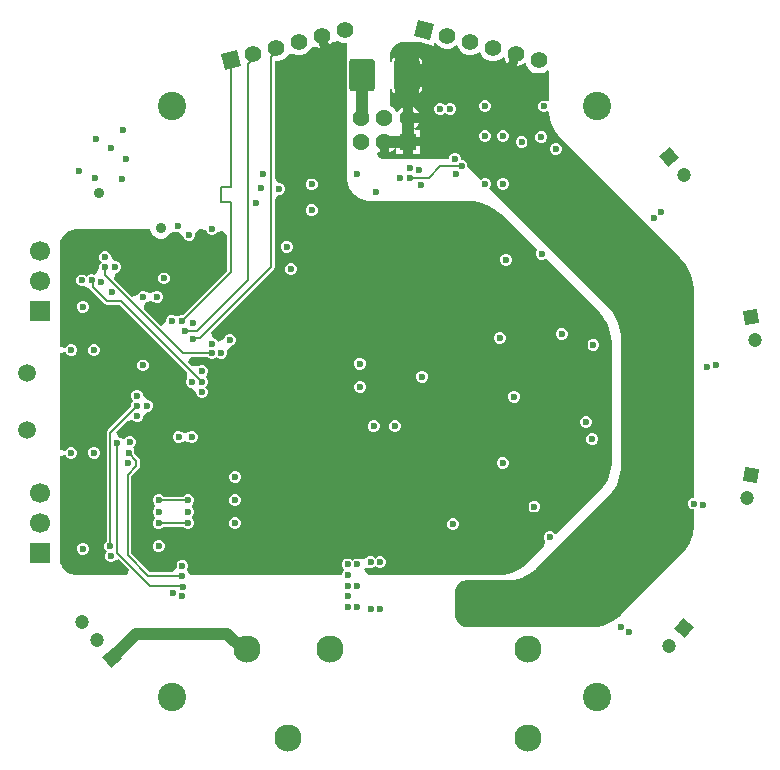
<source format=gbl>
G04*
G04 #@! TF.GenerationSoftware,Altium Limited,Altium Designer,23.0.1 (38)*
G04*
G04 Layer_Physical_Order=4*
G04 Layer_Color=16711680*
%FSLAX43Y43*%
%MOMM*%
G71*
G04*
G04 #@! TF.SameCoordinates,849B8B9A-CF0B-4B68-86F2-F378DEA603F9*
G04*
G04*
G04 #@! TF.FilePolarity,Positive*
G04*
G01*
G75*
%ADD10C,0.200*%
G04:AMPARAMS|DCode=85|XSize=2.743mm|YSize=2.159mm|CornerRadius=0.27mm|HoleSize=0mm|Usage=FLASHONLY|Rotation=270.000|XOffset=0mm|YOffset=0mm|HoleType=Round|Shape=RoundedRectangle|*
%AMROUNDEDRECTD85*
21,1,2.743,1.619,0,0,270.0*
21,1,2.203,2.159,0,0,270.0*
1,1,0.540,-0.810,-1.102*
1,1,0.540,-0.810,1.102*
1,1,0.540,0.810,1.102*
1,1,0.540,0.810,-1.102*
%
%ADD85ROUNDEDRECTD85*%
%ADD126C,1.000*%
%ADD129C,0.190*%
%ADD130C,2.300*%
%ADD131C,1.700*%
%ADD132R,1.700X1.700*%
%ADD133C,1.400*%
%ADD134P,1.980X4X60.0*%
%ADD135C,1.200*%
%ADD136P,1.697X4X275.0*%
%ADD137C,0.900*%
%ADD138P,1.980X4X390.0*%
%ADD139P,1.697X4X175.0*%
%ADD140P,1.697X4X354.0*%
%ADD141C,1.428*%
%ADD142R,1.428X1.428*%
%ADD143C,2.400*%
%ADD144P,1.697X4X325.0*%
%ADD145P,1.697X4X305.0*%
%ADD146C,1.500*%
%ADD147C,0.600*%
G36*
X-4671Y30152D02*
X-4497Y30327D01*
X-4497Y30327D01*
X-4366Y30399D01*
X-3950Y30491D01*
X-3868Y30478D01*
X-3790Y30433D01*
X-3510Y30358D01*
X-3220D01*
X-3200Y30343D01*
Y19022D01*
X-3190Y18824D01*
X-3113Y18435D01*
X-2961Y18069D01*
X-2741Y17739D01*
X-2461Y17459D01*
X-2131Y17239D01*
X-1765Y17087D01*
X-1376Y17010D01*
X-1178Y17000D01*
X6851D01*
X6851Y17000D01*
X6851Y17000D01*
X6853D01*
X7313Y16977D01*
X7543Y16955D01*
X7996Y16865D01*
X8438Y16730D01*
X8865Y16553D01*
X9273Y16336D01*
X9657Y16079D01*
X10014Y15786D01*
X10178Y15622D01*
X12946Y12854D01*
X12876Y12783D01*
X12800Y12599D01*
Y12401D01*
X12876Y12217D01*
X13017Y12076D01*
X13201Y12000D01*
X13399D01*
X13583Y12076D01*
X13654Y12146D01*
X17359Y8441D01*
X17963Y7837D01*
X17963Y7836D01*
X17963Y7836D01*
X17966Y7834D01*
X18284Y7479D01*
X18382Y7359D01*
X18617Y7007D01*
X18817Y6634D01*
X18979Y6243D01*
X19102Y5838D01*
X19184Y5422D01*
X19226Y5001D01*
X19226Y4789D01*
X19226Y-5113D01*
X19226Y-5113D01*
X19226Y-5287D01*
X19192Y-5632D01*
X19124Y-5971D01*
X19024Y-6303D01*
X18891Y-6623D01*
X18728Y-6929D01*
X18535Y-7217D01*
X18315Y-7485D01*
X18193Y-7607D01*
X15204Y-10596D01*
X14557Y-11243D01*
X14424Y-11217D01*
X14283Y-11076D01*
X14099Y-11000D01*
X13901D01*
X13717Y-11076D01*
X13576Y-11217D01*
X13500Y-11401D01*
Y-11599D01*
X13576Y-11783D01*
X13476Y-12324D01*
X12172Y-13628D01*
X12172Y-13628D01*
X12045Y-13755D01*
X11767Y-13983D01*
X11468Y-14183D01*
X11151Y-14352D01*
X10818Y-14490D01*
X10474Y-14595D01*
X10121Y-14665D01*
X9763Y-14700D01*
X9583Y-14700D01*
X-1397D01*
X-1678Y-14328D01*
X-1699Y-14200D01*
X-1631Y-14124D01*
X-1540Y-14073D01*
X-1383Y-14069D01*
X-1338Y-14087D01*
X-1271Y-14115D01*
X-1072D01*
X-888Y-14039D01*
X-771Y-13922D01*
X-655Y-14039D01*
X-471Y-14115D01*
X-272D01*
X-88Y-14039D01*
X52Y-13898D01*
X129Y-13714D01*
Y-13516D01*
X52Y-13332D01*
X-88Y-13191D01*
X-272Y-13115D01*
X-471D01*
X-655Y-13191D01*
X-771Y-13308D01*
X-888Y-13191D01*
X-1072Y-13115D01*
X-1271D01*
X-1455Y-13191D01*
X-1495Y-13231D01*
X-1582Y-13296D01*
X-1809Y-13338D01*
X-2089Y-13346D01*
X-2133Y-13328D01*
X-2201Y-13300D01*
X-2399D01*
X-2583Y-13376D01*
X-2700Y-13493D01*
X-2817Y-13376D01*
X-3001Y-13300D01*
X-3199D01*
X-3383Y-13376D01*
X-3524Y-13517D01*
X-3600Y-13701D01*
Y-13899D01*
X-3524Y-14083D01*
X-3402Y-14250D01*
X-3524Y-14417D01*
X-3600Y-14601D01*
Y-14700D01*
X-16493D01*
X-16740Y-14259D01*
X-16675Y-14193D01*
X-16675Y-14193D01*
X-16599Y-14009D01*
Y-13810D01*
X-16675Y-13626D01*
X-16815Y-13486D01*
X-16999Y-13410D01*
X-17198D01*
X-17382Y-13486D01*
X-17523Y-13626D01*
X-17599Y-13810D01*
Y-14009D01*
X-17914Y-14454D01*
X-19863D01*
X-21444Y-12873D01*
Y-6331D01*
X-20784Y-5670D01*
X-20717Y-5571D01*
X-20694Y-5454D01*
X-20694Y-5454D01*
Y-5012D01*
X-20694Y-5011D01*
X-20717Y-4894D01*
X-20784Y-4795D01*
X-20784Y-4795D01*
X-21164Y-4415D01*
Y-4248D01*
X-21240Y-4064D01*
X-21281Y-3876D01*
X-21140Y-3735D01*
X-21140Y-3735D01*
X-21064Y-3551D01*
Y-3352D01*
X-21140Y-3169D01*
X-21281Y-3028D01*
X-21465Y-2952D01*
X-21664D01*
X-21847Y-3028D01*
X-22039Y-3162D01*
X-22330Y-3128D01*
X-22514Y-3052D01*
X-22692Y-2552D01*
X-21829Y-1689D01*
X-21348Y-1544D01*
X-21207Y-1685D01*
X-21023Y-1761D01*
X-20824D01*
X-20640Y-1685D01*
X-20500Y-1544D01*
X-20424Y-1361D01*
Y-1289D01*
X-20297Y-1066D01*
X-20011Y-851D01*
X-19976D01*
X-19792Y-775D01*
X-19651Y-635D01*
X-19575Y-451D01*
Y-252D01*
X-19651Y-68D01*
X-19792Y73D01*
X-19976Y149D01*
X-19986D01*
X-20265Y308D01*
X-20424Y587D01*
Y597D01*
X-20500Y781D01*
X-20640Y921D01*
X-20824Y997D01*
X-21023D01*
X-21207Y921D01*
X-21348Y781D01*
X-21424Y597D01*
Y398D01*
X-21348Y214D01*
X-21207Y73D01*
X-21347Y-68D01*
X-21348Y-68D01*
X-21424Y-252D01*
Y-419D01*
X-23430Y-2425D01*
X-23496Y-2524D01*
X-23519Y-2641D01*
X-23519Y-2641D01*
Y-11863D01*
X-23637Y-11981D01*
X-23713Y-12165D01*
Y-12363D01*
X-23637Y-12547D01*
X-23497Y-12688D01*
X-23555Y-12820D01*
X-23565Y-12829D01*
X-23641Y-13013D01*
Y-13212D01*
X-23565Y-13396D01*
X-23424Y-13537D01*
X-23240Y-13613D01*
X-23041D01*
X-22858Y-13537D01*
X-22717Y-13396D01*
X-22504Y-13354D01*
X-21620Y-14238D01*
X-21811Y-14700D01*
X-26100D01*
X-26238Y-14700D01*
X-26508Y-14646D01*
X-26763Y-14541D01*
X-26993Y-14387D01*
X-27188Y-14192D01*
X-27341Y-13963D01*
X-27447Y-13708D01*
X-27500Y-13438D01*
X-27500Y-13300D01*
Y-4611D01*
X-27000Y-4551D01*
X-26952Y-4636D01*
X-26901Y-4687D01*
X-26811Y-4777D01*
X-26627Y-4853D01*
X-26428D01*
X-26244Y-4777D01*
X-26104Y-4636D01*
X-26028Y-4453D01*
Y-4254D01*
X-26104Y-4070D01*
X-26244Y-3929D01*
X-26428Y-3853D01*
X-26627D01*
X-26811Y-3929D01*
X-26952Y-4070D01*
X-27000Y-4155D01*
X-27500Y-4095D01*
Y4096D01*
X-27000Y4146D01*
X-26946Y4055D01*
X-26897Y4006D01*
X-26806Y3914D01*
X-26622Y3838D01*
X-26423D01*
X-26239Y3914D01*
X-26098Y4055D01*
X-26022Y4239D01*
Y4438D01*
X-26098Y4622D01*
X-26239Y4762D01*
X-26423Y4838D01*
X-26622D01*
X-26806Y4762D01*
X-26946Y4622D01*
X-27000Y4531D01*
X-27500Y4580D01*
Y13100D01*
X-27500Y13100D01*
X-27429Y13570D01*
X-27330Y13810D01*
X-27165Y14056D01*
X-26956Y14265D01*
X-26711Y14429D01*
X-26438Y14542D01*
X-26148Y14600D01*
X-26000Y14600D01*
X-19845Y14600D01*
Y14572D01*
X-19784Y14343D01*
X-19665Y14138D01*
X-19498Y13970D01*
X-19292Y13851D01*
X-19064Y13790D01*
X-18827Y13790D01*
X-18598Y13851D01*
X-18392Y13970D01*
X-18225Y14138D01*
X-17916Y14341D01*
X-17620Y14339D01*
X-17487D01*
X-17391Y14315D01*
X-17029Y14029D01*
X-17017Y14007D01*
X-16949Y13842D01*
X-16808Y13701D01*
X-16624Y13625D01*
X-16426D01*
X-16242Y13701D01*
X-16101Y13842D01*
X-16025Y14026D01*
Y14224D01*
X-15640Y14600D01*
X-15600D01*
X-15100Y14501D01*
X-15024Y14317D01*
X-14883Y14176D01*
X-14699Y14100D01*
X-14501D01*
X-14317Y14176D01*
X-14176Y14317D01*
X-13709Y14397D01*
X-13330Y14057D01*
Y11048D01*
X-17095Y7283D01*
X-17262D01*
X-17446Y7207D01*
X-17741Y7223D01*
X-17924Y7299D01*
X-18123D01*
X-18307Y7223D01*
X-18448Y7082D01*
X-18524Y6898D01*
Y6699D01*
X-18522Y6695D01*
X-18946Y6412D01*
X-20379Y7845D01*
X-20348Y8049D01*
X-20211Y8384D01*
X-20143Y8412D01*
X-20121Y8421D01*
X-19824Y8514D01*
X-19524Y8424D01*
X-19500Y8414D01*
X-19340Y8347D01*
X-19142D01*
X-18958Y8424D01*
X-18817Y8564D01*
X-18741Y8748D01*
Y8947D01*
X-18817Y9131D01*
X-18958Y9271D01*
X-19142Y9347D01*
X-19340D01*
X-19502Y9281D01*
X-19524Y9271D01*
X-19821Y9178D01*
X-20121Y9269D01*
X-20145Y9279D01*
X-20304Y9345D01*
X-20503D01*
X-20687Y9269D01*
X-20828Y9128D01*
X-20865Y9038D01*
X-21200Y8900D01*
X-21404Y8870D01*
X-22919Y10385D01*
X-22703Y10876D01*
X-22699D01*
X-22515Y10952D01*
X-22374Y11093D01*
X-22298Y11277D01*
Y11476D01*
X-22374Y11660D01*
X-22515Y11800D01*
X-22699Y11876D01*
X-22981Y12017D01*
X-23147Y12299D01*
X-23223Y12483D01*
X-23364Y12624D01*
X-23547Y12700D01*
X-23746D01*
X-23930Y12624D01*
X-24071Y12483D01*
X-24147Y12299D01*
Y12101D01*
X-24071Y11917D01*
X-23942Y11788D01*
X-24071Y11660D01*
X-24147Y11476D01*
Y11277D01*
X-24412Y10807D01*
X-24632Y10727D01*
X-24686Y10750D01*
X-24885D01*
X-25069Y10674D01*
X-25199Y10544D01*
X-25323Y10668D01*
X-25506Y10744D01*
X-25705D01*
X-25889Y10668D01*
X-26030Y10528D01*
X-26106Y10344D01*
Y10145D01*
X-26030Y9961D01*
X-25889Y9821D01*
X-25705Y9744D01*
X-25506D01*
X-25423Y9738D01*
X-25078Y9621D01*
X-24933Y9503D01*
X-24926Y9493D01*
X-23716Y8284D01*
X-23716Y8284D01*
X-23617Y8217D01*
X-23500Y8194D01*
X-22419D01*
X-16768Y2543D01*
X-16739Y2463D01*
X-16738Y1932D01*
X-16814Y1748D01*
Y1549D01*
X-16738Y1365D01*
X-16598Y1225D01*
X-16414Y1149D01*
X-16379D01*
X-16121Y1002D01*
X-15941Y721D01*
Y701D01*
X-15865Y517D01*
X-15724Y376D01*
X-15540Y300D01*
X-15341D01*
X-15157Y376D01*
X-15017Y517D01*
X-14941Y701D01*
Y899D01*
X-15017Y1083D01*
X-15157Y1224D01*
X-15017Y1365D01*
X-14941Y1549D01*
Y1748D01*
X-15017Y1932D01*
X-15136Y2104D01*
X-15017Y2275D01*
X-14941Y2459D01*
Y2658D01*
X-15017Y2842D01*
X-15157Y2982D01*
X-15341Y3059D01*
X-15540D01*
X-15724Y2982D01*
X-16257Y2960D01*
X-16317Y2978D01*
X-16591Y3354D01*
X-16395Y3794D01*
X-15001D01*
X-14883Y3676D01*
X-14699Y3600D01*
X-14501D01*
X-14317Y3676D01*
X-14200Y3793D01*
X-14083Y3676D01*
X-13899Y3600D01*
X-13701D01*
X-13517Y3676D01*
X-13376Y3817D01*
X-13300Y4001D01*
Y4199D01*
X-13322Y4252D01*
X-13304Y4316D01*
X-13108Y4628D01*
X-13013Y4714D01*
X-12990D01*
X-12806Y4791D01*
X-12665Y4931D01*
X-12589Y5115D01*
Y5314D01*
X-12665Y5498D01*
X-12806Y5638D01*
X-12990Y5714D01*
X-13189D01*
X-13372Y5638D01*
X-13513Y5498D01*
X-13589Y5314D01*
X-14062Y5050D01*
X-14130Y5071D01*
X-14176Y5183D01*
X-14317Y5324D01*
X-14501Y5400D01*
X-14667Y5900D01*
X-9384Y11184D01*
X-9317Y11283D01*
X-9294Y11400D01*
X-9294Y11400D01*
Y17081D01*
X-8999Y17500D01*
X-8801D01*
X-8617Y17576D01*
X-8476Y17717D01*
X-8400Y17901D01*
Y18099D01*
X-8476Y18283D01*
X-8617Y18424D01*
X-8801Y18500D01*
X-8999D01*
X-9294Y18919D01*
Y28805D01*
X-9016D01*
X-8736Y28880D01*
X-8485Y29025D01*
X-8280Y29230D01*
X-8006Y29458D01*
X-7679Y29402D01*
X-7641Y29395D01*
X-7374Y29323D01*
X-7084D01*
X-6804Y29398D01*
X-6553Y29543D01*
X-6349Y29747D01*
X-6303Y29826D01*
X-6085Y30001D01*
X-5683Y30009D01*
X-5683Y30009D01*
X-5444Y29945D01*
X-5683Y30837D01*
X-4911Y31044D01*
X-4671Y30152D01*
D02*
G37*
G36*
X1523Y30423D02*
X2999D01*
X4163Y30111D01*
X4234Y30375D01*
X4368Y30385D01*
X4437Y30266D01*
X4642Y30061D01*
X4893Y29916D01*
X5173Y29841D01*
X5462D01*
X5742Y29916D01*
X5993Y30061D01*
X6072Y30140D01*
X6195Y30108D01*
X6224Y29999D01*
X6369Y29748D01*
X6574Y29543D01*
X6825Y29398D01*
X7104Y29323D01*
X7394D01*
X7674Y29398D01*
X7925Y29543D01*
X8004Y29623D01*
X8127Y29590D01*
X8156Y29481D01*
X8301Y29230D01*
X8506Y29025D01*
X8756Y28881D01*
X9036Y28806D01*
X9326D01*
X9606Y28881D01*
X9856Y29025D01*
X10004Y29173D01*
X10145Y29135D01*
X10181Y29002D01*
X10313Y28774D01*
X10487Y28599D01*
X10727Y29492D01*
X11499Y29285D01*
X11260Y28392D01*
X11499Y28456D01*
X11727Y28588D01*
X11824Y28685D01*
X11966Y28647D01*
X12020Y28446D01*
X12165Y28195D01*
X12369Y27990D01*
X12620Y27845D01*
X12900Y27770D01*
X13190D01*
X13469Y27845D01*
X13720Y27990D01*
X13774Y28044D01*
X13892Y27996D01*
Y25456D01*
X13765Y25407D01*
X13599Y25475D01*
X13401D01*
X13217Y25399D01*
X13076Y25258D01*
X13000Y25074D01*
Y24876D01*
X13076Y24692D01*
X13217Y24551D01*
X13401Y24475D01*
X13599D01*
X13783Y24551D01*
X13790Y24558D01*
X13922Y24510D01*
X13936Y24373D01*
X14013Y23982D01*
X14129Y23601D01*
X14281Y23234D01*
X14469Y22883D01*
X14690Y22552D01*
X14942Y22244D01*
X15080Y22100D01*
X25078Y12101D01*
X25078Y12101D01*
X25209Y11971D01*
X25443Y11686D01*
X25648Y11379D01*
X25822Y11053D01*
X25963Y10712D01*
X26070Y10359D01*
X26142Y9997D01*
X26178Y9630D01*
X26178Y9445D01*
X26178Y-6054D01*
Y-8142D01*
X26079D01*
X25895Y-8218D01*
X25754Y-8359D01*
X25678Y-8543D01*
Y-8742D01*
X25754Y-8925D01*
X25895Y-9066D01*
X26079Y-9142D01*
X26178D01*
Y-10545D01*
X26178Y-10545D01*
X26178Y-10706D01*
X26147Y-11025D01*
X26084Y-11339D01*
X25991Y-11646D01*
X25869Y-11942D01*
X25717Y-12225D01*
X25539Y-12491D01*
X25336Y-12739D01*
X25223Y-12852D01*
X19988Y-18087D01*
X19867Y-18208D01*
X19604Y-18424D01*
X19321Y-18613D01*
X19021Y-18773D01*
X18706Y-18904D01*
X18380Y-19003D01*
X18046Y-19069D01*
X17707Y-19102D01*
X7002D01*
X6904Y-19102D01*
X6710Y-19064D01*
X6528Y-18988D01*
X6363Y-18879D01*
X6224Y-18739D01*
X6114Y-18575D01*
X6039Y-18392D01*
X6000Y-18199D01*
X6000Y-18100D01*
Y-16100D01*
X6000Y-16100D01*
X6006Y-15975D01*
X6037Y-15816D01*
X6111Y-15638D01*
X6218Y-15478D01*
X6353Y-15343D01*
X6513Y-15236D01*
X6691Y-15162D01*
X6879Y-15125D01*
X6975Y-15125D01*
X10491Y-15125D01*
X10655Y-15121D01*
X10981Y-15089D01*
X11303Y-15025D01*
X11617Y-14930D01*
X11920Y-14804D01*
X12209Y-14650D01*
X12481Y-14468D01*
X12735Y-14260D01*
X12854Y-14146D01*
X18964Y-8036D01*
X18964Y-8036D01*
X18964Y-8036D01*
X19083Y-7911D01*
X19304Y-7642D01*
X19497Y-7353D01*
X19660Y-7047D01*
X19793Y-6726D01*
X19894Y-6394D01*
X19962Y-6054D01*
X19996Y-5708D01*
X20000Y-5534D01*
X20000Y5434D01*
X20000Y5434D01*
X20000Y5434D01*
X19996Y5614D01*
X19960Y5973D01*
X19890Y6327D01*
X19785Y6672D01*
X19647Y7004D01*
X19478Y7322D01*
X19277Y7622D01*
X19049Y7901D01*
X18924Y8031D01*
X8877Y18078D01*
X8948Y18149D01*
X9024Y18332D01*
Y18531D01*
X8948Y18715D01*
X8807Y18856D01*
X8623Y18932D01*
X8424D01*
X8240Y18856D01*
X8170Y18785D01*
X7029Y19926D01*
Y20003D01*
X6953Y20187D01*
X6812Y20328D01*
X6628Y20404D01*
X6552D01*
X6450Y20506D01*
Y20642D01*
X6373Y20825D01*
X6233Y20966D01*
X6049Y21042D01*
X5850D01*
X5666Y20966D01*
X5526Y20825D01*
X5450Y20642D01*
Y20517D01*
X-34D01*
X-156Y20517D01*
X-383Y20611D01*
X-556Y20784D01*
X-650Y21011D01*
X-650Y21058D01*
X-523Y21131D01*
X-400Y21060D01*
Y22000D01*
X400D01*
Y21060D01*
X623Y21188D01*
X811Y21377D01*
X859Y21460D01*
X986Y21426D01*
Y20986D01*
X1600D01*
Y22000D01*
X2000D01*
Y22400D01*
X3014D01*
Y23014D01*
X2574D01*
X2540Y23141D01*
X2623Y23188D01*
X2811Y23377D01*
X2940Y23600D01*
X2000D01*
Y24000D01*
X1600D01*
Y24940D01*
X1377Y24811D01*
X1189Y24622D01*
X1131Y24523D01*
X984D01*
X891Y24684D01*
X684Y24891D01*
X495Y25000D01*
Y26432D01*
X622Y26445D01*
X648Y26315D01*
X752Y26160D01*
X900Y26060D01*
Y27600D01*
Y29140D01*
X752Y29040D01*
X648Y28885D01*
X622Y28755D01*
X495Y28768D01*
Y29395D01*
X495Y29395D01*
X500Y29520D01*
X534Y29695D01*
X612Y29882D01*
X725Y30051D01*
X868Y30194D01*
X1036Y30306D01*
X1223Y30384D01*
X1422Y30423D01*
X1523Y30423D01*
D02*
G37*
%LPC*%
G36*
X-6059Y18870D02*
X-6258D01*
X-6441Y18794D01*
X-6582Y18653D01*
X-6658Y18469D01*
Y18270D01*
X-6582Y18086D01*
X-6441Y17946D01*
X-6258Y17870D01*
X-6059D01*
X-5875Y17946D01*
X-5734Y18086D01*
X-5658Y18270D01*
Y18469D01*
X-5734Y18653D01*
X-5875Y18794D01*
X-6059Y18870D01*
D02*
G37*
G36*
X-6062Y16681D02*
X-6261D01*
X-6445Y16605D01*
X-6585Y16465D01*
X-6662Y16281D01*
Y16082D01*
X-6585Y15898D01*
X-6445Y15757D01*
X-6261Y15681D01*
X-6062D01*
X-5878Y15757D01*
X-5738Y15898D01*
X-5662Y16082D01*
Y16281D01*
X-5738Y16465D01*
X-5878Y16605D01*
X-6062Y16681D01*
D02*
G37*
G36*
X-8178Y13601D02*
X-8377D01*
X-8560Y13525D01*
X-8701Y13384D01*
X-8777Y13200D01*
Y13002D01*
X-8701Y12818D01*
X-8560Y12677D01*
X-8377Y12601D01*
X-8178D01*
X-7994Y12677D01*
X-7853Y12818D01*
X-7777Y13002D01*
Y13200D01*
X-7853Y13384D01*
X-7994Y13525D01*
X-8178Y13601D01*
D02*
G37*
G36*
X10399Y12500D02*
X10201D01*
X10017Y12424D01*
X9876Y12283D01*
X9800Y12099D01*
Y11901D01*
X9876Y11717D01*
X10017Y11576D01*
X10201Y11500D01*
X10399D01*
X10583Y11576D01*
X10724Y11717D01*
X10800Y11901D01*
Y12099D01*
X10724Y12283D01*
X10583Y12424D01*
X10399Y12500D01*
D02*
G37*
G36*
X-7802Y11688D02*
X-8001D01*
X-8185Y11612D01*
X-8325Y11471D01*
X-8401Y11287D01*
Y11088D01*
X-8325Y10905D01*
X-8185Y10764D01*
X-8001Y10688D01*
X-7802D01*
X-7618Y10764D01*
X-7477Y10905D01*
X-7401Y11088D01*
Y11287D01*
X-7477Y11471D01*
X-7618Y11612D01*
X-7802Y11688D01*
D02*
G37*
G36*
X-18564Y10913D02*
X-18763D01*
X-18947Y10837D01*
X-19088Y10696D01*
X-19164Y10513D01*
Y10314D01*
X-19088Y10130D01*
X-18947Y9989D01*
X-18763Y9913D01*
X-18564D01*
X-18381Y9989D01*
X-18240Y10130D01*
X-18164Y10314D01*
Y10513D01*
X-18240Y10696D01*
X-18381Y10837D01*
X-18564Y10913D01*
D02*
G37*
G36*
X-25448Y8517D02*
X-25647D01*
X-25831Y8441D01*
X-25972Y8300D01*
X-26048Y8117D01*
Y7918D01*
X-25972Y7734D01*
X-25831Y7593D01*
X-25647Y7517D01*
X-25448D01*
X-25265Y7593D01*
X-25124Y7734D01*
X-25048Y7918D01*
Y8117D01*
X-25124Y8300D01*
X-25265Y8441D01*
X-25448Y8517D01*
D02*
G37*
G36*
X15099Y6200D02*
X14901D01*
X14717Y6124D01*
X14576Y5983D01*
X14500Y5799D01*
Y5601D01*
X14576Y5417D01*
X14717Y5276D01*
X14901Y5200D01*
X15099D01*
X15283Y5276D01*
X15424Y5417D01*
X15500Y5601D01*
Y5799D01*
X15424Y5983D01*
X15283Y6124D01*
X15099Y6200D01*
D02*
G37*
G36*
X9861Y5886D02*
X9663D01*
X9479Y5810D01*
X9338Y5669D01*
X9262Y5485D01*
Y5286D01*
X9338Y5103D01*
X9479Y4962D01*
X9663Y4886D01*
X9861D01*
X10045Y4962D01*
X10186Y5103D01*
X10262Y5286D01*
Y5485D01*
X10186Y5669D01*
X10045Y5810D01*
X9861Y5886D01*
D02*
G37*
G36*
X17799Y5300D02*
X17601D01*
X17417Y5224D01*
X17276Y5083D01*
X17200Y4899D01*
Y4701D01*
X17276Y4517D01*
X17417Y4376D01*
X17601Y4300D01*
X17799D01*
X17983Y4376D01*
X18124Y4517D01*
X18200Y4701D01*
Y4899D01*
X18124Y5083D01*
X17983Y5224D01*
X17799Y5300D01*
D02*
G37*
G36*
X-24488Y4838D02*
X-24687D01*
X-24871Y4762D01*
X-25011Y4622D01*
X-25087Y4438D01*
Y4239D01*
X-25011Y4055D01*
X-24871Y3915D01*
X-24687Y3838D01*
X-24488D01*
X-24304Y3915D01*
X-24164Y4055D01*
X-24088Y4239D01*
Y4438D01*
X-24164Y4622D01*
X-24304Y4762D01*
X-24488Y4838D01*
D02*
G37*
G36*
X-2002Y3700D02*
X-2200D01*
X-2384Y3624D01*
X-2525Y3483D01*
X-2601Y3299D01*
Y3100D01*
X-2525Y2917D01*
X-2384Y2776D01*
X-2200Y2700D01*
X-2002D01*
X-1818Y2776D01*
X-1677Y2917D01*
X-1601Y3100D01*
Y3299D01*
X-1677Y3483D01*
X-1818Y3624D01*
X-2002Y3700D01*
D02*
G37*
G36*
X-20335Y3548D02*
X-20534D01*
X-20718Y3472D01*
X-20859Y3332D01*
X-20935Y3148D01*
Y2949D01*
X-20859Y2765D01*
X-20718Y2624D01*
X-20534Y2548D01*
X-20335D01*
X-20152Y2624D01*
X-20011Y2765D01*
X-19935Y2949D01*
Y3148D01*
X-20011Y3332D01*
X-20152Y3472D01*
X-20335Y3548D01*
D02*
G37*
G36*
X3299Y2600D02*
X3100D01*
X2916Y2524D01*
X2775Y2383D01*
X2699Y2200D01*
Y2001D01*
X2775Y1817D01*
X2916Y1676D01*
X3100Y1600D01*
X3299D01*
X3482Y1676D01*
X3623Y1817D01*
X3699Y2001D01*
Y2200D01*
X3623Y2383D01*
X3482Y2524D01*
X3299Y2600D01*
D02*
G37*
G36*
X-1945Y1731D02*
X-2144D01*
X-2328Y1655D01*
X-2468Y1514D01*
X-2544Y1331D01*
Y1132D01*
X-2468Y948D01*
X-2328Y807D01*
X-2144Y731D01*
X-1945D01*
X-1761Y807D01*
X-1621Y948D01*
X-1544Y1132D01*
Y1331D01*
X-1621Y1514D01*
X-1761Y1655D01*
X-1945Y1731D01*
D02*
G37*
G36*
X11095Y911D02*
X10896D01*
X10712Y835D01*
X10572Y694D01*
X10496Y510D01*
Y311D01*
X10572Y127D01*
X10712Y-13D01*
X10896Y-89D01*
X11095D01*
X11279Y-13D01*
X11420Y127D01*
X11496Y311D01*
Y510D01*
X11420Y694D01*
X11279Y835D01*
X11095Y911D01*
D02*
G37*
G36*
X17178Y-1233D02*
X16980D01*
X16796Y-1310D01*
X16655Y-1450D01*
X16579Y-1634D01*
Y-1833D01*
X16655Y-2017D01*
X16796Y-2157D01*
X16980Y-2233D01*
X17178D01*
X17362Y-2157D01*
X17503Y-2017D01*
X17579Y-1833D01*
Y-1634D01*
X17503Y-1450D01*
X17362Y-1310D01*
X17178Y-1233D01*
D02*
G37*
G36*
X992Y-1594D02*
X793D01*
X609Y-1670D01*
X468Y-1811D01*
X392Y-1994D01*
Y-2193D01*
X468Y-2377D01*
X609Y-2518D01*
X793Y-2594D01*
X992D01*
X1175Y-2518D01*
X1316Y-2377D01*
X1392Y-2193D01*
Y-1994D01*
X1316Y-1811D01*
X1175Y-1670D01*
X992Y-1594D01*
D02*
G37*
G36*
X-801Y-1600D02*
X-999D01*
X-1183Y-1676D01*
X-1324Y-1817D01*
X-1400Y-2001D01*
Y-2199D01*
X-1324Y-2383D01*
X-1183Y-2524D01*
X-999Y-2600D01*
X-801D01*
X-617Y-2524D01*
X-476Y-2383D01*
X-400Y-2199D01*
Y-2001D01*
X-476Y-1817D01*
X-617Y-1676D01*
X-801Y-1600D01*
D02*
G37*
G36*
X-16201Y-2500D02*
X-16399D01*
X-16539Y-2558D01*
X-16574Y-2572D01*
X-16587Y-2577D01*
X-16859Y-2647D01*
X-17128Y-2595D01*
X-17169Y-2583D01*
X-17204Y-2569D01*
X-17333Y-2515D01*
X-17532D01*
X-17715Y-2591D01*
X-17856Y-2732D01*
X-17932Y-2916D01*
Y-3115D01*
X-17856Y-3298D01*
X-17715Y-3439D01*
X-17532Y-3515D01*
X-17333D01*
X-17193Y-3457D01*
X-17158Y-3443D01*
X-17145Y-3438D01*
X-16874Y-3368D01*
X-16604Y-3420D01*
X-16564Y-3432D01*
X-16528Y-3447D01*
X-16399Y-3500D01*
X-16201D01*
X-16017Y-3424D01*
X-15876Y-3283D01*
X-15800Y-3099D01*
Y-2901D01*
X-15876Y-2717D01*
X-16017Y-2576D01*
X-16201Y-2500D01*
D02*
G37*
G36*
X17699Y-2700D02*
X17501D01*
X17317Y-2776D01*
X17176Y-2917D01*
X17100Y-3101D01*
Y-3299D01*
X17176Y-3483D01*
X17317Y-3624D01*
X17501Y-3700D01*
X17699D01*
X17883Y-3624D01*
X18024Y-3483D01*
X18100Y-3299D01*
Y-3101D01*
X18024Y-2917D01*
X17883Y-2776D01*
X17699Y-2700D01*
D02*
G37*
G36*
X-24466Y-3851D02*
X-24664D01*
X-24848Y-3927D01*
X-24989Y-4067D01*
X-25065Y-4251D01*
Y-4450D01*
X-24989Y-4634D01*
X-24848Y-4774D01*
X-24664Y-4851D01*
X-24466D01*
X-24282Y-4774D01*
X-24141Y-4634D01*
X-24065Y-4450D01*
Y-4251D01*
X-24141Y-4067D01*
X-24282Y-3927D01*
X-24466Y-3851D01*
D02*
G37*
G36*
X10104Y-4704D02*
X9905D01*
X9721Y-4780D01*
X9581Y-4920D01*
X9505Y-5104D01*
Y-5303D01*
X9581Y-5487D01*
X9721Y-5628D01*
X9905Y-5704D01*
X10104D01*
X10288Y-5628D01*
X10428Y-5487D01*
X10505Y-5303D01*
Y-5104D01*
X10428Y-4920D01*
X10288Y-4780D01*
X10104Y-4704D01*
D02*
G37*
G36*
X-12533Y-5909D02*
X-12732D01*
X-12916Y-5985D01*
X-13057Y-6126D01*
X-13133Y-6310D01*
Y-6509D01*
X-13057Y-6692D01*
X-12916Y-6833D01*
X-12732Y-6909D01*
X-12533D01*
X-12350Y-6833D01*
X-12209Y-6692D01*
X-12133Y-6509D01*
Y-6310D01*
X-12209Y-6126D01*
X-12350Y-5985D01*
X-12533Y-5909D01*
D02*
G37*
G36*
X-12551Y-7860D02*
X-12750D01*
X-12934Y-7936D01*
X-13074Y-8077D01*
X-13150Y-8260D01*
Y-8459D01*
X-13074Y-8643D01*
X-12934Y-8784D01*
X-12750Y-8860D01*
X-12551D01*
X-12367Y-8784D01*
X-12227Y-8643D01*
X-12150Y-8459D01*
Y-8260D01*
X-12227Y-8077D01*
X-12367Y-7936D01*
X-12551Y-7860D01*
D02*
G37*
G36*
X12799Y-8400D02*
X12601D01*
X12417Y-8476D01*
X12276Y-8617D01*
X12200Y-8801D01*
Y-8999D01*
X12276Y-9183D01*
X12417Y-9324D01*
X12601Y-9400D01*
X12799D01*
X12983Y-9324D01*
X13124Y-9183D01*
X13200Y-8999D01*
Y-8801D01*
X13124Y-8617D01*
X12983Y-8476D01*
X12799Y-8400D01*
D02*
G37*
G36*
X-19006Y-7852D02*
X-19205D01*
X-19389Y-7928D01*
X-19530Y-8069D01*
X-19606Y-8253D01*
Y-8452D01*
X-19530Y-8635D01*
X-19425Y-8851D01*
X-19530Y-9067D01*
X-19606Y-9251D01*
Y-9449D01*
X-19530Y-9633D01*
X-19423Y-9832D01*
X-19535Y-10027D01*
X-19611Y-10210D01*
Y-10409D01*
X-19535Y-10593D01*
X-19394Y-10734D01*
X-19210Y-10810D01*
X-19011D01*
X-18827Y-10734D01*
X-18709Y-10616D01*
X-17027D01*
X-16909Y-10734D01*
X-16725Y-10810D01*
X-16526D01*
X-16343Y-10734D01*
X-16202Y-10593D01*
X-16126Y-10409D01*
Y-10210D01*
X-16202Y-10027D01*
X-16312Y-9832D01*
X-16202Y-9638D01*
X-16126Y-9454D01*
Y-9256D01*
X-16202Y-9072D01*
X-16306Y-8856D01*
X-16202Y-8640D01*
X-16126Y-8457D01*
Y-8258D01*
X-16202Y-8074D01*
X-16343Y-7933D01*
X-16526Y-7857D01*
X-16725D01*
X-16909Y-7933D01*
X-17024Y-8049D01*
X-18702D01*
X-18822Y-7928D01*
X-19006Y-7852D01*
D02*
G37*
G36*
X-12551Y-9813D02*
X-12750D01*
X-12934Y-9889D01*
X-13074Y-10029D01*
X-13150Y-10213D01*
Y-10412D01*
X-13074Y-10596D01*
X-12934Y-10736D01*
X-12750Y-10813D01*
X-12551D01*
X-12367Y-10736D01*
X-12227Y-10596D01*
X-12150Y-10412D01*
Y-10213D01*
X-12227Y-10029D01*
X-12367Y-9889D01*
X-12551Y-9813D01*
D02*
G37*
G36*
X5899Y-9900D02*
X5701D01*
X5517Y-9976D01*
X5376Y-10117D01*
X5300Y-10301D01*
Y-10499D01*
X5376Y-10683D01*
X5517Y-10824D01*
X5701Y-10900D01*
X5899D01*
X6083Y-10824D01*
X6224Y-10683D01*
X6300Y-10499D01*
Y-10301D01*
X6224Y-10117D01*
X6083Y-9976D01*
X5899Y-9900D01*
D02*
G37*
G36*
X-19012Y-11758D02*
X-19211D01*
X-19395Y-11834D01*
X-19535Y-11975D01*
X-19611Y-12159D01*
Y-12358D01*
X-19535Y-12541D01*
X-19395Y-12682D01*
X-19211Y-12758D01*
X-19012D01*
X-18828Y-12682D01*
X-18687Y-12541D01*
X-18611Y-12358D01*
Y-12159D01*
X-18687Y-11975D01*
X-18828Y-11834D01*
X-19012Y-11758D01*
D02*
G37*
G36*
X-25448Y-11972D02*
X-25647D01*
X-25831Y-12048D01*
X-25972Y-12189D01*
X-26048Y-12373D01*
Y-12572D01*
X-25972Y-12755D01*
X-25831Y-12896D01*
X-25647Y-12972D01*
X-25448D01*
X-25265Y-12896D01*
X-25124Y-12755D01*
X-25048Y-12572D01*
Y-12373D01*
X-25124Y-12189D01*
X-25265Y-12048D01*
X-25448Y-11972D01*
D02*
G37*
G36*
X2900Y29140D02*
Y28600D01*
X3189D01*
Y28702D01*
X3152Y28885D01*
X3048Y29040D01*
X2900Y29140D01*
D02*
G37*
G36*
X3189Y26600D02*
X2900D01*
Y26060D01*
X3048Y26160D01*
X3152Y26315D01*
X3189Y26498D01*
Y26600D01*
D02*
G37*
G36*
X5666Y25256D02*
X5467D01*
X5283Y25180D01*
X5145Y25042D01*
X5007Y25180D01*
X4823Y25256D01*
X4624D01*
X4441Y25180D01*
X4300Y25040D01*
X4224Y24856D01*
Y24657D01*
X4300Y24473D01*
X4441Y24332D01*
X4624Y24256D01*
X4823D01*
X5007Y24332D01*
X5145Y24470D01*
X5283Y24332D01*
X5467Y24256D01*
X5666D01*
X5849Y24332D01*
X5990Y24473D01*
X6066Y24657D01*
Y24856D01*
X5990Y25040D01*
X5849Y25180D01*
X5666Y25256D01*
D02*
G37*
G36*
X8606Y25512D02*
X8407D01*
X8223Y25436D01*
X8082Y25295D01*
X8006Y25112D01*
Y24913D01*
X8082Y24729D01*
X8223Y24588D01*
X8407Y24512D01*
X8606D01*
X8789Y24588D01*
X8930Y24729D01*
X9006Y24913D01*
Y25112D01*
X8930Y25295D01*
X8789Y25436D01*
X8606Y25512D01*
D02*
G37*
G36*
X2400Y24940D02*
Y24400D01*
X2940D01*
X2811Y24622D01*
X2623Y24811D01*
X2400Y24940D01*
D02*
G37*
G36*
X10146Y22988D02*
X9947D01*
X9763Y22912D01*
X9623Y22771D01*
X9547Y22587D01*
Y22388D01*
X9623Y22205D01*
X9763Y22064D01*
X9947Y21988D01*
X10146D01*
X10330Y22064D01*
X10470Y22205D01*
X10547Y22388D01*
Y22587D01*
X10470Y22771D01*
X10330Y22912D01*
X10146Y22988D01*
D02*
G37*
G36*
X8623Y22988D02*
X8424D01*
X8240Y22912D01*
X8100Y22771D01*
X8024Y22587D01*
Y22388D01*
X8100Y22205D01*
X8240Y22064D01*
X8424Y21988D01*
X8623D01*
X8807Y22064D01*
X8948Y22205D01*
X9024Y22388D01*
Y22587D01*
X8948Y22771D01*
X8807Y22912D01*
X8623Y22988D01*
D02*
G37*
G36*
X13388Y22866D02*
X13189D01*
X13005Y22790D01*
X12864Y22650D01*
X12788Y22466D01*
Y22267D01*
X12864Y22083D01*
X13005Y21942D01*
X13189Y21866D01*
X13388D01*
X13571Y21942D01*
X13712Y22083D01*
X13788Y22267D01*
Y22466D01*
X13712Y22650D01*
X13571Y22790D01*
X13388Y22866D01*
D02*
G37*
G36*
X11706Y22463D02*
X11507D01*
X11323Y22387D01*
X11183Y22246D01*
X11107Y22062D01*
Y21863D01*
X11183Y21680D01*
X11323Y21539D01*
X11507Y21463D01*
X11706D01*
X11890Y21539D01*
X12031Y21680D01*
X12107Y21863D01*
Y22062D01*
X12031Y22246D01*
X11890Y22387D01*
X11706Y22463D01*
D02*
G37*
G36*
X3014Y21600D02*
X2400D01*
Y20986D01*
X3014D01*
Y21600D01*
D02*
G37*
G36*
X14610Y21881D02*
X14411D01*
X14227Y21805D01*
X14086Y21664D01*
X14010Y21481D01*
Y21282D01*
X14086Y21098D01*
X14227Y20957D01*
X14411Y20881D01*
X14610D01*
X14794Y20957D01*
X14934Y21098D01*
X15010Y21282D01*
Y21481D01*
X14934Y21664D01*
X14794Y21805D01*
X14610Y21881D01*
D02*
G37*
G36*
X10146Y18932D02*
X9947D01*
X9763Y18856D01*
X9623Y18715D01*
X9547Y18531D01*
Y18332D01*
X9623Y18149D01*
X9763Y18008D01*
X9947Y17932D01*
X10146D01*
X10330Y18008D01*
X10470Y18149D01*
X10547Y18332D01*
Y18531D01*
X10470Y18715D01*
X10330Y18856D01*
X10146Y18932D01*
D02*
G37*
%LPD*%
D10*
X-17067Y4100D02*
X-14600D01*
X-23213Y-2641D02*
X-20924Y-351D01*
X-22613Y-12812D02*
X-19825Y-15600D01*
X-23213Y-12264D02*
Y-2641D01*
X-22613Y-12812D02*
Y-3552D01*
X-13024Y10922D02*
Y16822D01*
Y19285D02*
Y28870D01*
Y18138D02*
Y19285D01*
X-13837Y18138D02*
X-13024D01*
X-13837Y16922D02*
Y18138D01*
Y16922D02*
X-13024D01*
Y16822D02*
Y16922D01*
X-15889Y5979D02*
X-11587Y10281D01*
Y28568D01*
X-11092Y29063D01*
X-9600Y29188D02*
X-9161Y29628D01*
X-9600Y11400D02*
Y29188D01*
X-9161Y29628D02*
Y29905D01*
X-15623Y5377D02*
X-9600Y11400D01*
X-16123Y5377D02*
X-15623D01*
X-16200Y5300D02*
X-16123Y5377D01*
X-23647Y10680D02*
X-17067Y4100D01*
X-16865Y5979D02*
X-15889D01*
X-17162Y6783D02*
X-13024Y10922D01*
X-11092Y29063D02*
Y29388D01*
X-23647Y10680D02*
Y11376D01*
X-23500Y8500D02*
X-22292D01*
X-24709Y9709D02*
X-23500Y8500D01*
X-22292D02*
X-15441Y1649D01*
X-24709Y9709D02*
Y10173D01*
X-24786Y10250D02*
X-24709Y10173D01*
X-19990Y-14760D02*
X-17099D01*
X-21750Y-13000D02*
X-19990Y-14760D01*
X-19825Y-15600D02*
X-17154D01*
X-17080Y-15674D01*
X-21000Y-5454D02*
Y-5011D01*
X-21664Y-4347D02*
X-21000Y-5011D01*
X-21750Y-13000D02*
Y-6204D01*
X-21000Y-5454D01*
X-19106Y-8352D02*
X-19103Y-8355D01*
X-16628D01*
X-19111Y-10310D02*
X-16626D01*
X-16628Y-8355D02*
X-16626Y-8357D01*
X-16626Y-10310D02*
X-16626Y-10310D01*
X-19111Y-10310D02*
X-19111Y-10310D01*
D85*
X-1860Y27600D02*
D03*
X1900Y27600D02*
D03*
D126*
X-1930Y24070D02*
Y27530D01*
X-1860Y27600D01*
X-2000Y24000D02*
X-1930Y24070D01*
X-21030Y-19700D02*
X-13302D01*
X-23059Y-21729D02*
X-21030Y-19700D01*
X-13302D02*
X-12002Y-21000D01*
X-11650D01*
X2000Y22000D02*
Y24000D01*
X0Y22000D02*
X2000D01*
X0D02*
Y22000D01*
D129*
X2175Y18950D02*
X3786D01*
X4740Y19904D02*
X6529D01*
X3786Y18950D02*
X4740Y19904D01*
D130*
X12150Y-28500D02*
D03*
Y-21000D02*
D03*
X-8150Y-28500D02*
D03*
X-4650Y-21000D02*
D03*
X-11650D02*
D03*
D131*
X-29138Y-7709D02*
D03*
Y-10249D02*
D03*
Y10240D02*
D03*
Y12780D02*
D03*
D132*
Y-12789D02*
D03*
Y7700D02*
D03*
D133*
X-3365Y31458D02*
D03*
X-11092Y29388D02*
D03*
X-9161Y29905D02*
D03*
X-7229Y30423D02*
D03*
X-5297Y30941D02*
D03*
X13045Y28870D02*
D03*
X5317Y30941D02*
D03*
X7249Y30423D02*
D03*
X9181Y29906D02*
D03*
X11113Y29388D02*
D03*
D134*
X-13024Y28870D02*
D03*
D135*
X24106Y-20688D02*
D03*
X-25630Y-18665D02*
D03*
X-24344Y-20197D02*
D03*
X25381Y19153D02*
D03*
X31344Y5210D02*
D03*
X30700Y-8200D02*
D03*
D136*
X25391Y-19156D02*
D03*
D137*
X-24141Y17690D02*
D03*
X-18945Y14690D02*
D03*
D138*
X3385Y31459D02*
D03*
D139*
X-23059Y-21729D02*
D03*
D140*
X24122Y20707D02*
D03*
D141*
X2000Y24000D02*
D03*
X-2000Y24000D02*
D03*
Y22000D02*
D03*
X0Y24000D02*
D03*
Y22000D02*
D03*
D142*
X2000Y22000D02*
D03*
D143*
X-18000Y25000D02*
D03*
X18000D02*
D03*
Y-25000D02*
D03*
X-18000D02*
D03*
D144*
X30997Y7179D02*
D03*
D145*
X31047Y-6230D02*
D03*
D146*
X-30225Y2434D02*
D03*
X-30225Y-2446D02*
D03*
D147*
X-17850Y8975D02*
D03*
X-13089Y5214D02*
D03*
X-13066Y3549D02*
D03*
X-13800Y4100D02*
D03*
X-14600D02*
D03*
X-23213Y-12264D02*
D03*
X-22613Y-3552D02*
D03*
X-23556Y-539D02*
D03*
X-17520Y14839D02*
D03*
X8524Y18432D02*
D03*
X-10251Y19275D02*
D03*
X-8900Y18000D02*
D03*
X-14600Y4900D02*
D03*
X-16200Y5300D02*
D03*
X-16865Y5979D02*
D03*
X-17162Y6783D02*
D03*
X-18024Y6799D02*
D03*
X-16223Y6657D02*
D03*
X-10441Y18067D02*
D03*
X-10900Y16800D02*
D03*
X-25896Y19545D02*
D03*
X-24329Y6239D02*
D03*
X-23101Y9258D02*
D03*
X-20172Y5302D02*
D03*
X-20435Y3048D02*
D03*
X-14600Y14600D02*
D03*
X-3655Y11408D02*
D03*
Y10658D02*
D03*
X-4403Y9908D02*
D03*
X-5150D02*
D03*
X-3655D02*
D03*
X-7901Y11188D02*
D03*
X-8277Y13101D02*
D03*
X-6158Y18370D02*
D03*
X-6162Y16181D02*
D03*
X-2324Y19275D02*
D03*
X14800Y18350D02*
D03*
X-24600Y-7700D02*
D03*
X8150Y-15750D02*
D03*
X7262D02*
D03*
X13500Y24975D02*
D03*
X13306Y18350D02*
D03*
X14053D02*
D03*
X14800Y19100D02*
D03*
Y19850D02*
D03*
X11607Y21963D02*
D03*
X-23977Y10116D02*
D03*
X-24786Y10250D02*
D03*
X-25606Y10244D02*
D03*
X-20404Y8845D02*
D03*
X-22798Y11376D02*
D03*
X-23647D02*
D03*
Y12200D02*
D03*
X-19241Y8847D02*
D03*
X-16525Y14125D02*
D03*
X-17099Y-13910D02*
D03*
X-17099Y-14760D02*
D03*
X-17080Y-15674D02*
D03*
X-17103Y-16494D02*
D03*
X-16626Y-9355D02*
D03*
X-19106Y-9350D02*
D03*
X-19254Y-13782D02*
D03*
X-21714Y-5175D02*
D03*
X-17888Y-16220D02*
D03*
X-21564Y-3452D02*
D03*
X-21664Y-4347D02*
D03*
X5950Y20542D02*
D03*
X6025Y19256D02*
D03*
X2925Y19565D02*
D03*
X3102Y18335D02*
D03*
X-726Y17693D02*
D03*
X2175Y19799D02*
D03*
X1326Y18950D02*
D03*
X2175D02*
D03*
X892Y-2094D02*
D03*
X-900Y-2100D02*
D03*
X-19106Y-8352D02*
D03*
X-16626Y-10310D02*
D03*
Y-8357D02*
D03*
X-19111Y-10310D02*
D03*
X-17432Y-3015D02*
D03*
X-16300Y-3000D02*
D03*
X-2044Y1231D02*
D03*
X-16620Y-6416D02*
D03*
X-12650Y-10313D02*
D03*
X-19111Y-12258D02*
D03*
X-1171Y-17535D02*
D03*
X-371D02*
D03*
X-1171Y-13615D02*
D03*
X-371D02*
D03*
X-2300Y-13800D02*
D03*
Y-15600D02*
D03*
Y-17400D02*
D03*
X-3100D02*
D03*
Y-16500D02*
D03*
Y-15600D02*
D03*
Y-14700D02*
D03*
Y-13800D02*
D03*
X8724Y-16341D02*
D03*
X8721Y-17122D02*
D03*
X-18664Y10413D02*
D03*
X-22200Y18800D02*
D03*
X-23138Y21498D02*
D03*
X-24440Y22201D02*
D03*
X-24546Y18937D02*
D03*
X-21900Y20500D02*
D03*
X-22100Y23000D02*
D03*
X-24030Y-10249D02*
D03*
X5800Y-10400D02*
D03*
X9515Y-13835D02*
D03*
X14000Y-11500D02*
D03*
X12700Y-8900D02*
D03*
X15659Y-17628D02*
D03*
X20034Y-19102D02*
D03*
X20709Y-19495D02*
D03*
X26178Y-8642D02*
D03*
X26947Y-8780D02*
D03*
X21577Y-8673D02*
D03*
X17600Y-3200D02*
D03*
X17079Y-1733D02*
D03*
X14468Y-7183D02*
D03*
X10005Y-5204D02*
D03*
X17700Y4800D02*
D03*
X15000Y5700D02*
D03*
X10996Y411D02*
D03*
X15900Y0D02*
D03*
X28049Y3074D02*
D03*
X27279Y2941D02*
D03*
X22900Y1400D02*
D03*
X9762Y5386D02*
D03*
X14100Y7400D02*
D03*
X13300Y12500D02*
D03*
X10300Y12000D02*
D03*
X19700Y12000D02*
D03*
X22800Y15500D02*
D03*
X23400Y16000D02*
D03*
X5566Y24756D02*
D03*
X4724D02*
D03*
X-20924Y497D02*
D03*
X-20075Y-351D02*
D03*
X-20924Y-351D02*
D03*
X-20924Y-1261D02*
D03*
X-23141Y-13113D02*
D03*
X-25548Y-12472D02*
D03*
Y8017D02*
D03*
X-25562Y12467D02*
D03*
X-16314Y1649D02*
D03*
X-15441Y800D02*
D03*
Y1649D02*
D03*
Y2559D02*
D03*
X-26522Y4338D02*
D03*
X-26528Y-4353D02*
D03*
X-24587Y4338D02*
D03*
X-12650Y-8360D02*
D03*
X-24565Y-4351D02*
D03*
X-12633Y-6409D02*
D03*
X8524Y22488D02*
D03*
X10047Y22488D02*
D03*
X10047Y18432D02*
D03*
X6529Y19904D02*
D03*
X13288Y22366D02*
D03*
X14510Y21381D02*
D03*
X8506Y25012D02*
D03*
X3199Y-2100D02*
D03*
X2099Y3200D02*
D03*
X-2101Y3200D02*
D03*
X3199Y2100D02*
D03*
M02*

</source>
